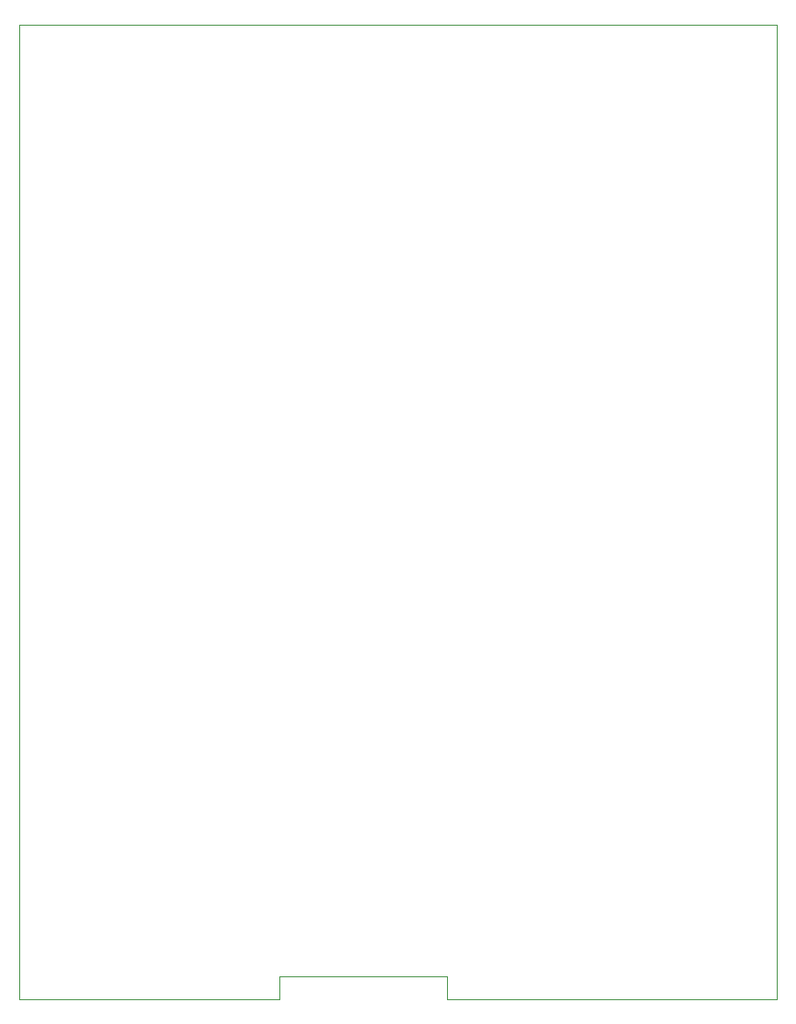
<source format=gbr>
G04 #@! TF.GenerationSoftware,KiCad,Pcbnew,(5.0.2)-1*
G04 #@! TF.CreationDate,2018-12-24T13:58:37+01:00*
G04 #@! TF.ProjectId,NeuralRobot,4e657572-616c-4526-9f62-6f742e6b6963,rev?*
G04 #@! TF.SameCoordinates,Original*
G04 #@! TF.FileFunction,Profile,NP*
%FSLAX46Y46*%
G04 Gerber Fmt 4.6, Leading zero omitted, Abs format (unit mm)*
G04 Created by KiCad (PCBNEW (5.0.2)-1) date 24. 12. 2018 13:58:37*
%MOMM*%
%LPD*%
G01*
G04 APERTURE LIST*
%ADD10C,0.100000*%
G04 APERTURE END LIST*
D10*
X165000000Y-155000000D02*
X165000000Y-157100000D01*
X180500000Y-155000000D02*
X180500000Y-157100000D01*
X165000000Y-155000000D02*
X180500000Y-155000000D01*
X180500000Y-157100000D02*
X211000000Y-157100000D01*
X165000000Y-157100000D02*
X141000000Y-157100000D01*
X211000000Y-67100000D02*
X211000000Y-157100000D01*
X141000000Y-67100000D02*
X211000000Y-67100000D01*
X141000000Y-157100000D02*
X141000000Y-67100000D01*
M02*

</source>
